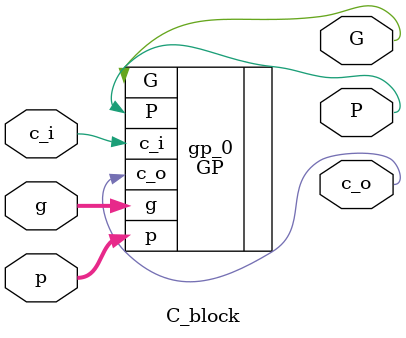
<source format=v>
`timescale 1ns/1ps

module C_block 
(
  input [1:0] g,
  input [1:0] p,
  input c_i,
  output G,
  output P,
  output c_o
);

  GP gp_0 (.g(g),
	  .p(p),
          .c_i(c_i),
          .G(G),
          .P(P),
          .c_o(c_o)
         );
  
endmodule

</source>
